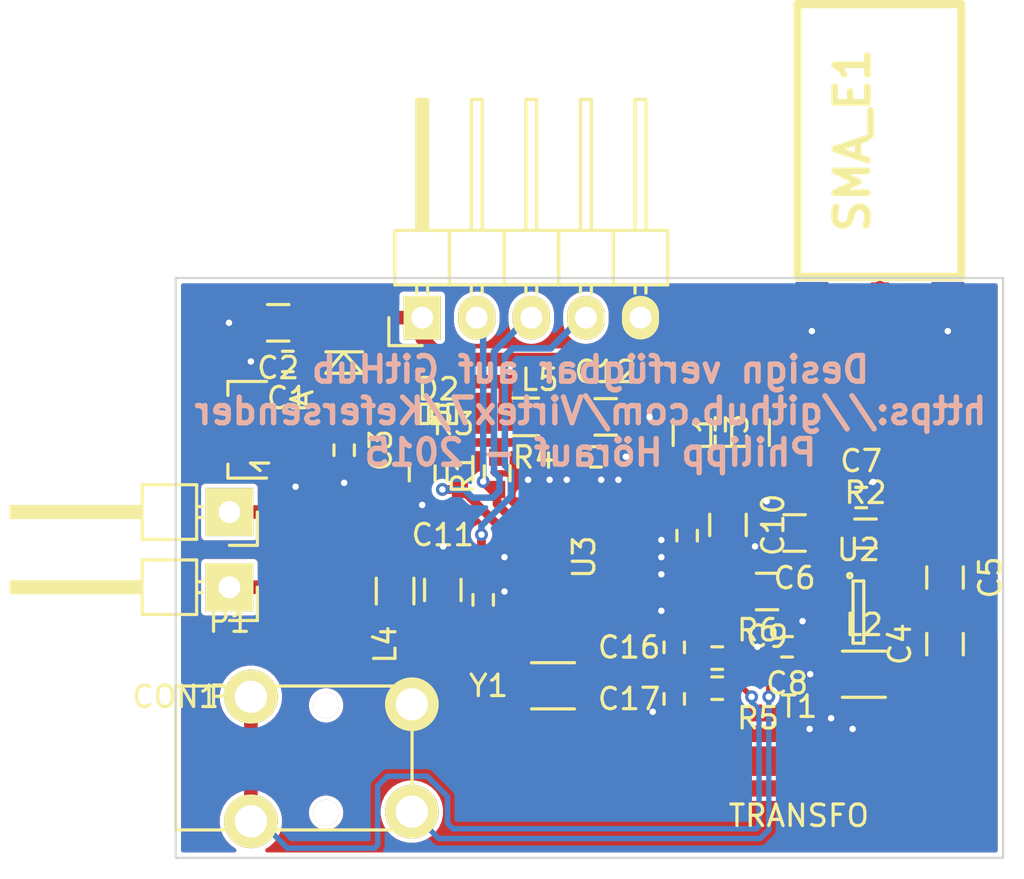
<source format=kicad_pcb>
(kicad_pcb (version 4) (host pcbnew "(2015-06-20 BZR 5796)-product")
  (layers (0 F.Cu signal) (31 B.Cu power) (34 B.Paste user) (35 F.Paste user) (36 B.SilkS user) (37 F.SilkS user) (38 B.Mask user) (39 F.Mask user) (44 Edge.Cuts user))
  (net 0 "")
  (net 1 +5V)
  (net 2 GND)
  (net 3 +3V3)
  (net 4 "Net-(C4-Pad1)")
  (net 5 "Net-(C4-Pad2)")
  (net 6 "Net-(C5-Pad1)")
  (net 7 "Net-(C6-Pad1)")
  (net 8 "Net-(C8-Pad1)")
  (net 9 "Net-(C9-Pad1)")
  (net 10 "Net-(C9-Pad2)")
  (net 11 "Net-(C10-Pad1)")
  (net 12 "Net-(C11-Pad1)")
  (net 13 "Net-(C12-Pad1)")
  (net 14 "Net-(C16-Pad1)")
  (net 15 "Net-(C17-Pad1)")
  (net 16 "Net-(D2-Pad1)")
  (net 17 "Net-(L2-Pad2)")
  (net 18 "Net-(P1-Pad1)")
  (net 19 "Net-(P2-Pad1)")
  (net 20 /SDA)
  (net 21 /SCL)
  (net 22 /RDS)
  (net 23 "Net-(R2-Pad2)")
  (net 24 /Ton_L)
  (net 25 /Ton_R)
  (net 26 "Net-(U3-Pad20)")
  (net 27 "Net-(U3-Pad19)")
  (module Capacitors_SMD:C_0402 (layer F.Cu) (at 132.22 85.39 180)
    (fp_text reference C1 (at 0 -1.7 180) (layer F.SilkS))
    (fp_text value 100n)
    (pad 1 smd rect (at -0.55 0 180) (size 0.6 0.5) (layers F.Cu F.Paste F.Mask) (net 1 +5V))
    (pad 2 smd rect (at 0.55 0 180) (size 0.6 0.5) (layers F.Cu F.Paste F.Mask) (net 2 GND))
  )
  (module Capacitors_SMD:C_0805 (layer F.Cu) (at 131.77 83.59 180)
    (fp_text reference C2 (at 0 -2.1 180) (layer F.SilkS))
    (fp_text value 22µ)
    (pad 1 smd rect (at -1 0 180) (size 1 1.25) (layers F.Cu F.Paste F.Mask) (net 1 +5V))
    (pad 2 smd rect (at 1 0 180) (size 1 1.25) (layers F.Cu F.Paste F.Mask) (net 2 GND))
  )
  (module Capacitors_SMD:C_0402 (layer F.Cu) (at 134.84 89.52 270)
    (fp_text reference C3 (at 0 -1.7 270) (layer F.SilkS))
    (fp_text value 100n)
    (pad 1 smd rect (at -0.55 0 270) (size 0.6 0.5) (layers F.Cu F.Paste F.Mask) (net 3 +3V3))
    (pad 2 smd rect (at 0.55 0 270) (size 0.6 0.5) (layers F.Cu F.Paste F.Mask) (net 2 GND))
  )
  (module Capacitors_SMD:C_0805 (layer F.Cu) (at 155.8 93.375 180)
    (fp_text reference C6 (at 0 -2.1 180) (layer F.SilkS))
    (fp_text value 22µ)
    (pad 1 smd rect (at -1 0 180) (size 1 1.25) (layers F.Cu F.Paste F.Mask) (net 7 "Net-(C6-Pad1)"))
    (pad 2 smd rect (at 1 0 180) (size 1 1.25) (layers F.Cu F.Paste F.Mask) (net 2 GND))
  )
  (module Capacitors_SMD:C_0402 (layer F.Cu) (at 158.9 91.725)
    (fp_text reference C7 (at 0 -1.7) (layer F.SilkS))
    (fp_text value 100n)
    (pad 1 smd rect (at -0.55 0) (size 0.6 0.5) (layers F.Cu F.Paste F.Mask) (net 7 "Net-(C6-Pad1)"))
    (pad 2 smd rect (at 0.55 0) (size 0.6 0.5) (layers F.Cu F.Paste F.Mask) (net 2 GND))
  )
  (module Capacitors_SMD:C_0402 (layer F.Cu) (at 155.45 98.675 180)
    (fp_text reference C8 (at 0 -1.7 180) (layer F.SilkS))
    (fp_text value 100n)
    (pad 1 smd rect (at -0.55 0 180) (size 0.6 0.5) (layers F.Cu F.Paste F.Mask) (net 8 "Net-(C8-Pad1)"))
    (pad 2 smd rect (at 0.55 0 180) (size 0.6 0.5) (layers F.Cu F.Paste F.Mask) (net 2 GND))
  )
  (module Capacitors_SMD:C_0805 (layer F.Cu) (at 152.7 93 270)
    (fp_text reference C10 (at 0 -2.1 270) (layer F.SilkS))
    (fp_text value 22µ)
    (pad 1 smd rect (at -1 0 270) (size 1 1.25) (layers F.Cu F.Paste F.Mask) (net 11 "Net-(C10-Pad1)"))
    (pad 2 smd rect (at 1 0 270) (size 1 1.25) (layers F.Cu F.Paste F.Mask) (net 2 GND))
  )
  (module Capacitors_SMD:C_0805 (layer F.Cu) (at 139.43 96.03 90)
    (fp_text reference C11 (at 2.56 0 180) (layer F.SilkS))
    (fp_text value 22µ)
    (pad 1 smd rect (at -1 0 90) (size 1 1.25) (layers F.Cu F.Paste F.Mask) (net 12 "Net-(C11-Pad1)"))
    (pad 2 smd rect (at 1 0 90) (size 1 1.25) (layers F.Cu F.Paste F.Mask) (net 2 GND))
  )
  (module Capacitors_SMD:C_0805 (layer F.Cu) (at 147.01 87.97)
    (fp_text reference C12 (at 0 -2.1) (layer F.SilkS))
    (fp_text value 22µ)
    (pad 1 smd rect (at -1 0) (size 1 1.25) (layers F.Cu F.Paste F.Mask) (net 13 "Net-(C12-Pad1)"))
    (pad 2 smd rect (at 1 0) (size 1 1.25) (layers F.Cu F.Paste F.Mask) (net 2 GND))
  )
  (module Capacitors_SMD:C_0402 (layer F.Cu) (at 150.8 93.5 270)
    (fp_text reference C13 hide)
    (fp_text value 100n hide)
    (pad 1 smd rect (at -0.55 0 270) (size 0.6 0.5) (layers F.Cu F.Paste F.Mask) (net 11 "Net-(C10-Pad1)"))
    (pad 2 smd rect (at 0.55 0 270) (size 0.6 0.5) (layers F.Cu F.Paste F.Mask) (net 2 GND))
  )
  (module Capacitors_SMD:C_0402 (layer F.Cu) (at 141.31 96.49 90)
    (fp_text reference C14 hide)
    (fp_text value 100n hide)
    (pad 1 smd rect (at -0.55 0 90) (size 0.6 0.5) (layers F.Cu F.Paste F.Mask) (net 12 "Net-(C11-Pad1)"))
    (pad 2 smd rect (at 0.55 0 90) (size 0.6 0.5) (layers F.Cu F.Paste F.Mask) (net 2 GND))
  )
  (module Capacitors_SMD:C_0402 (layer F.Cu) (at 146.56 89.83)
    (fp_text reference C15 hide)
    (fp_text value 100n hide)
    (pad 1 smd rect (at -0.55 0) (size 0.6 0.5) (layers F.Cu F.Paste F.Mask) (net 13 "Net-(C12-Pad1)"))
    (pad 2 smd rect (at 0.55 0) (size 0.6 0.5) (layers F.Cu F.Paste F.Mask) (net 2 GND))
  )
  (module Capacitors_SMD:C_0402 (layer F.Cu) (at 150.2 98.7 90)
    (fp_text reference C16 (at 0 -2.1 180) (layer F.SilkS))
    (fp_text value 100p)
    (pad 1 smd rect (at -0.55 0 90) (size 0.6 0.5) (layers F.Cu F.Paste F.Mask) (net 14 "Net-(C16-Pad1)"))
    (pad 2 smd rect (at 0.55 0 90) (size 0.6 0.5) (layers F.Cu F.Paste F.Mask) (net 2 GND))
  )
  (module Capacitors_SMD:C_0402 (layer F.Cu) (at 150.2 101.1 270)
    (fp_text reference C17 (at 0 2.1 360) (layer F.SilkS))
    (fp_text value 100p hide)
    (pad 1 smd rect (at -0.55 0 270) (size 0.6 0.5) (layers F.Cu F.Paste F.Mask) (net 15 "Net-(C17-Pad1)"))
    (pad 2 smd rect (at 0.55 0 270) (size 0.6 0.5) (layers F.Cu F.Paste F.Mask) (net 2 GND))
  )
  (module Diodes_SMD:Diode-MiniMELF_Standard (layer F.Cu) (at 134.84 85.34 270)
    (fp_text reference D1 hide)
    (fp_text value 1n4148)
    (fp_text user A (at 1.8 1.95 270) (layer F.SilkS))
    (pad 1 smd rect (at -1.75006 0 270) (size 1.30048 1.69926) (layers F.Cu F.Paste F.Mask) (net 1 +5V))
    (pad 2 smd rect (at 1.75006 0 270) (size 1.30048 1.69926) (layers F.Cu F.Paste F.Mask) (net 3 +3V3))
  )
  (module LEDs:LED-0603 (layer F.Cu) (at 139.22 87.83)
    (fp_text reference D2 (at 0 -1.15) (layer F.SilkS))
    (fp_text value grün)
    (pad 2 smd rect (at 0.7493 0 180) (size 0.79756 0.79756) (layers F.Cu F.Paste F.Mask) (net 3 +3V3))
    (pad 1 smd rect (at -0.7493 0 180) (size 0.79756 0.79756) (layers F.Cu F.Paste F.Mask) (net 16 "Net-(D2-Pad1)"))
  )
  (module Resistors_SMD:R_0805 (layer F.Cu) (at 153.75 88.7 90)
    (fp_text reference L1 (at 0 -2.1 90) (layer F.SilkS))
    (fp_text value 10µH)
    (pad 1 smd rect (at -0.95 0 90) (size 0.7 1.3) (layers F.Cu F.Paste F.Mask) (net 7 "Net-(C6-Pad1)"))
    (pad 2 smd rect (at 0.95 0 90) (size 0.7 1.3) (layers F.Cu F.Paste F.Mask) (net 1 +5V))
  )
  (module Resistors_SMD:R_1206 (layer F.Cu) (at 159.025 99.95)
    (fp_text reference L2 (at 0 -2.3) (layer F.SilkS))
    (fp_text value 470nH)
    (pad 1 smd rect (at -1.45 0) (size 0.9 1.7) (layers F.Cu F.Paste F.Mask) (net 2 GND))
    (pad 2 smd rect (at 1.45 0) (size 0.9 1.7) (layers F.Cu F.Paste F.Mask) (net 17 "Net-(L2-Pad2)"))
  )
  (module Resistors_SMD:R_0805 (layer F.Cu) (at 151.025 88.7 270)
    (fp_text reference L3 (at 0 -2.1 270) (layer F.SilkS))
    (fp_text value 10µH)
    (pad 1 smd rect (at -0.95 0 270) (size 0.7 1.3) (layers F.Cu F.Paste F.Mask) (net 3 +3V3))
    (pad 2 smd rect (at 0.95 0 270) (size 0.7 1.3) (layers F.Cu F.Paste F.Mask) (net 11 "Net-(C10-Pad1)"))
  )
  (module Resistors_SMD:R_0805 (layer F.Cu) (at 137.21 96.08 270)
    (fp_text reference L4 (at 2.49 0.46 270) (layer F.SilkS))
    (fp_text value 10µH)
    (pad 1 smd rect (at -0.95 0 270) (size 0.7 1.3) (layers F.Cu F.Paste F.Mask) (net 3 +3V3))
    (pad 2 smd rect (at 0.95 0 270) (size 0.7 1.3) (layers F.Cu F.Paste F.Mask) (net 12 "Net-(C11-Pad1)"))
  )
  (module Resistors_SMD:R_0805 (layer F.Cu) (at 143.29 87.97)
    (fp_text reference L5 (at 0.65 -1.73) (layer F.SilkS))
    (fp_text value 10µH)
    (pad 1 smd rect (at -0.95 0) (size 0.7 1.3) (layers F.Cu F.Paste F.Mask) (net 3 +3V3))
    (pad 2 smd rect (at 0.95 0) (size 0.7 1.3) (layers F.Cu F.Paste F.Mask) (net 13 "Net-(C12-Pad1)"))
  )
  (module Pin_Headers:Pin_Header_Angled_1x01 (layer F.Cu) (at 129.5 92.4 180)
    (fp_text reference P1 (at 0 -5.1 180) (layer F.SilkS))
    (fp_text value CONN_01X01)
    (pad 1 thru_hole rect (at 0 0 180) (size 2.2352 2.2352) (drill 1.016) (layers *.Cu *.Mask F.SilkS) (net 18 "Net-(P1-Pad1)"))
  )
  (module Pin_Headers:Pin_Header_Angled_1x01 (layer F.Cu) (at 129.5 95.9 180)
    (fp_text reference P2 (at 0 -5.1 180) (layer F.SilkS))
    (fp_text value CONN_01X01)
    (pad 1 thru_hole rect (at 0 0 180) (size 2.2352 2.2352) (drill 1.016) (layers *.Cu *.Mask F.SilkS) (net 19 "Net-(P2-Pad1)"))
  )
  (module Pin_Headers:Pin_Header_Angled_1x05 (layer F.Cu) (at 138.47 83.35 90)
    (fp_text reference P3 hide)
    (fp_text value CONN_01X05 hide)
    (pad 1 thru_hole rect (at 0 0 90) (size 2.032 1.7272) (drill 1.016) (layers *.Cu *.Mask F.SilkS) (net 1 +5V))
    (pad 2 thru_hole oval (at 0 2.54 90) (size 2.032 1.7272) (drill 1.016) (layers *.Cu *.Mask F.SilkS) (net 20 /SDA))
    (pad 3 thru_hole oval (at 0 5.08 90) (size 2.032 1.7272) (drill 1.016) (layers *.Cu *.Mask F.SilkS) (net 21 /SCL))
    (pad 4 thru_hole oval (at 0 7.62 90) (size 2.032 1.7272) (drill 1.016) (layers *.Cu *.Mask F.SilkS) (net 22 /RDS))
    (pad 5 thru_hole oval (at 0 10.16 90) (size 2.032 1.7272) (drill 1.016) (layers *.Cu *.Mask F.SilkS) (net 2 GND))
  )
  (module Capacitors_SMD:C_0603 (layer F.Cu) (at 138.47 90.6 270)
    (fp_text reference R1 (at 0 -1.9 270) (layer F.SilkS))
    (fp_text value 100)
    (pad 1 smd rect (at -0.75 0 270) (size 0.8 0.75) (layers F.Cu F.Paste F.Mask) (net 16 "Net-(D2-Pad1)"))
    (pad 2 smd rect (at 0.75 0 270) (size 0.8 0.75) (layers F.Cu F.Paste F.Mask) (net 2 GND))
  )
  (module Resistors_SMD:R_0603 (layer F.Cu) (at 159.1 93.4)
    (fp_text reference R2 (at 0 -1.9) (layer F.SilkS))
    (fp_text value 220)
    (pad 1 smd rect (at -0.75 0) (size 0.5 0.9) (layers F.Cu F.Paste F.Mask) (net 7 "Net-(C6-Pad1)"))
    (pad 2 smd rect (at 0.75 0) (size 0.5 0.9) (layers F.Cu F.Paste F.Mask) (net 23 "Net-(R2-Pad2)"))
  )
  (module Capacitors_SMD:C_0603 (layer F.Cu) (at 140.23 90.6 270)
    (fp_text reference R3 (at -2.3 0.31 360) (layer F.SilkS))
    (fp_text value 4,7k)
    (pad 1 smd rect (at -0.75 0 270) (size 0.8 0.75) (layers F.Cu F.Paste F.Mask) (net 13 "Net-(C12-Pad1)"))
    (pad 2 smd rect (at 0.75 0 270) (size 0.8 0.75) (layers F.Cu F.Paste F.Mask) (net 21 /SCL))
  )
  (module Capacitors_SMD:C_0603 (layer F.Cu) (at 141.96 90.6 270)
    (fp_text reference R4 (at -0.74 -1.7 360) (layer F.SilkS))
    (fp_text value 4,7k hide)
    (pad 1 smd rect (at -0.75 0 270) (size 0.8 0.75) (layers F.Cu F.Paste F.Mask) (net 13 "Net-(C12-Pad1)"))
    (pad 2 smd rect (at 0.75 0 270) (size 0.8 0.75) (layers F.Cu F.Paste F.Mask) (net 20 /SDA))
  )
  (module Resistors_SMD:R_0402 (layer F.Cu) (at 152.2 100.6)
    (fp_text reference R5 (at 1.9 1.4) (layer F.SilkS))
    (fp_text value 1k)
    (pad 1 smd rect (at -0.45 0) (size 0.4 0.6) (layers F.Cu F.Paste F.Mask) (net 15 "Net-(C17-Pad1)"))
    (pad 2 smd rect (at 0.45 0) (size 0.4 0.6) (layers F.Cu F.Paste F.Mask) (net 24 /Ton_L))
  )
  (module Resistors_SMD:R_0402 (layer F.Cu) (at 152.2 99.2 180)
    (fp_text reference R6 (at -1.9 1.3 180) (layer F.SilkS))
    (fp_text value 1k)
    (pad 1 smd rect (at -0.45 0 180) (size 0.4 0.6) (layers F.Cu F.Paste F.Mask) (net 25 /Ton_R))
    (pad 2 smd rect (at 0.45 0 180) (size 0.4 0.6) (layers F.Cu F.Paste F.Mask) (net 14 "Net-(C16-Pad1)"))
  )
  (module SMA_EDGE:SMA_EDGE (layer F.Cu) (at 158.5 75.1 90)
    (fp_text reference SMA_E1 (at 0 0 90) (layer F.SilkS) (effects (font (thickness 0.3048))))
    (fp_text value Platinenkantenbuchse hide)
    (pad 0 smd rect (at -8.8773 -1.89484 90) (size 4.572 1.524) (layers *.Cu *.Paste *.Mask) (net 2 GND))
    (pad 1 smd trapezoid (at -6.858 1.27 90) (size 0.50038 1.39954) (rect_delta 0.59944 0) (layers F.Cu F.Paste F.Mask) (net 6 "Net-(C5-Pad1)"))
    (pad 2 smd rect (at -8.8773 4.42976 90) (size 4.572 1.524) (layers *.Cu *.Paste *.Mask) (net 2 GND))
    (pad 1 smd rect (at -9.144 1.27 90) (size 4.07162 1.99898) (layers F.Cu F.Paste F.Mask) (net 6 "Net-(C5-Pad1)"))
  )
  (module BA_Bauteile:AT224-1A (layer F.Cu) (at 156 104 270)
    (fp_text reference T1 (at -2.54 0 360) (layer F.SilkS))
    (fp_text value TRANSFO (at 2.54 0 360) (layer F.SilkS))
    (pad 4 smd rect (at 1.27 -1.59 270) (size 0.76 1.65) (layers F.Cu F.Paste F.Mask) (net 4 "Net-(C4-Pad1)"))
    (pad NC smd rect (at 0 -1.59 270) (size 0.76 1.65) (layers F.Cu F.Paste F.Mask))
    (pad 1 smd rect (at -1.27 -1.59 270) (size 0.76 1.65) (layers F.Cu F.Paste F.Mask) (net 2 GND))
    (pad 2 smd rect (at -1.27 1.59 270) (size 0.76 1.65) (layers F.Cu F.Paste F.Mask) (net 18 "Net-(P1-Pad1)"))
    (pad 3 smd rect (at 1.27 1.59 270) (size 0.76 1.65) (layers F.Cu F.Paste F.Mask) (net 19 "Net-(P2-Pad1)"))
  )
  (module Housings_SOT-89:SOT89-3_Housing (layer F.Cu) (at 130.73 88.57 90)
    (fp_text reference U1 hide)
    (fp_text value AP1117D33)
    (pad 1 smd rect (at -1.50114 1.85166 90) (size 1.00076 1.50114) (layers F.Cu F.Paste F.Mask) (net 2 GND))
    (pad 2 smd rect (at 0 1.85166 90) (size 1.00076 1.50114) (layers F.Cu F.Paste F.Mask) (net 3 +3V3))
    (pad 3 smd rect (at 1.50114 1.85166 90) (size 1.00076 1.50114) (layers F.Cu F.Paste F.Mask) (net 1 +5V))
    (pad 2 smd rect (at 0 -1.09982 90) (size 1.99898 2.99974) (layers F.Cu F.Paste F.Mask) (net 3 +3V3))
    (pad 2 smd trapezoid (at 0 0.7493 270) (size 1.50114 0.7493) (rect_delta 0 0.50038) (layers F.Cu F.Paste F.Mask) (net 3 +3V3))
  )
  (module Housings_SOT-23_SOT-143_TSOT-6:SOT-23-6 (layer F.Cu) (at 158.77 97.06)
    (fp_text reference U2 (at 0 -2.9) (layer F.SilkS))
    (fp_text value THS9001)
    (pad 1 smd rect (at -1.1 -0.95) (size 1.06 0.65) (layers F.Cu F.Paste F.Mask) (net 9 "Net-(C9-Pad1)"))
    (pad 2 smd rect (at -1.1 0) (size 1.06 0.65) (layers F.Cu F.Paste F.Mask) (net 2 GND))
    (pad 3 smd rect (at -1.1 0.95) (size 1.06 0.65) (layers F.Cu F.Paste F.Mask) (net 8 "Net-(C8-Pad1)"))
    (pad 4 smd rect (at 1.1 0.95) (size 1.06 0.65) (layers F.Cu F.Paste F.Mask) (net 17 "Net-(L2-Pad2)"))
    (pad 6 smd rect (at 1.1 -0.95) (size 1.06 0.65) (layers F.Cu F.Paste F.Mask) (net 23 "Net-(R2-Pad2)"))
    (pad 5 smd rect (at 1.1 0) (size 1.06 0.65) (layers F.Cu F.Paste F.Mask) (net 5 "Net-(C4-Pad2)"))
  )
  (module Alps603A:Alps_603A (layer F.Cu) (at 146 94.5 90)
    (fp_text reference U3 (at 0 0 90) (layer F.SilkS))
    (fp_text value Alps_603A hide)
    (pad 1 smd rect (at -2.54 2.54 90) (size 0.725 0.725) (layers F.Cu F.Paste F.Mask) (net 2 GND))
    (pad 2 smd rect (at -1.6 2.54 90) (size 0.45 0.8) (layers F.Cu F.Paste F.Mask) (net 10 "Net-(C9-Pad2)"))
    (pad 4 smd rect (at 0 2.54 90) (size 0.45 0.8) (layers F.Cu F.Paste F.Mask) (net 2 GND))
    (pad 6 smd rect (at 1.6 2.54 90) (size 0.45 0.8) (layers F.Cu F.Paste F.Mask) (net 11 "Net-(C10-Pad1)"))
    (pad 5 smd rect (at 0.8 2.54 90) (size 0.45 0.8) (layers F.Cu F.Paste F.Mask) (net 2 GND))
    (pad 3 smd rect (at -0.8 2.54 90) (size 0.45 0.8) (layers F.Cu F.Paste F.Mask) (net 2 GND))
    (pad 12 smd rect (at 2.53 -2.53 90) (size 0.8 0.8) (layers F.Cu F.Paste F.Mask) (net 2 GND))
    (pad 11 smd rect (at 2.53 -1.59 180) (size 0.45 0.8) (layers F.Cu F.Paste F.Mask) (net 2 GND))
    (pad 7 smd rect (at 2.53 1.61 180) (size 0.45 0.8) (layers F.Cu F.Paste F.Mask) (net 2 GND))
    (pad 10 smd rect (at 2.53 -0.79 180) (size 0.45 0.8) (layers F.Cu F.Paste F.Mask) (net 2 GND))
    (pad 9 smd rect (at 2.53 0.01 180) (size 0.45 0.8) (layers F.Cu F.Paste F.Mask) (net 13 "Net-(C12-Pad1)"))
    (pad 8 smd rect (at 2.53 0.81 180) (size 0.45 0.8) (layers F.Cu F.Paste F.Mask) (net 2 GND))
    (pad 22 smd rect (at -2.54 1.6 180) (size 0.45 0.8) (layers F.Cu F.Paste F.Mask) (net 14 "Net-(C16-Pad1)"))
    (pad 21 smd rect (at -2.54 0.8 180) (size 0.45 0.8) (layers F.Cu F.Paste F.Mask) (net 15 "Net-(C17-Pad1)"))
    (pad 20 smd rect (at -2.54 0 180) (size 0.45 0.8) (layers F.Cu F.Paste F.Mask) (net 26 "Net-(U3-Pad20)"))
    (pad 19 smd rect (at -2.54 -0.8 180) (size 0.45 0.8) (layers F.Cu F.Paste F.Mask) (net 27 "Net-(U3-Pad19)"))
    (pad 18 smd rect (at -2.54 -1.6 180) (size 0.45 0.8) (layers F.Cu F.Paste F.Mask) (net 12 "Net-(C11-Pad1)"))
    (pad 13 smd rect (at 1.59 -2.53 90) (size 0.45 0.8) (layers F.Cu F.Paste F.Mask) (net 20 /SDA))
    (pad 14 smd rect (at 0.79 -2.53 90) (size 0.45 0.8) (layers F.Cu F.Paste F.Mask) (net 21 /SCL))
    (pad 15 smd rect (at -0.01 -2.53 90) (size 0.45 0.8) (layers F.Cu F.Paste F.Mask) (net 2 GND))
    (pad 16 smd rect (at -0.81 -2.53 90) (size 0.45 0.8) (layers F.Cu F.Paste F.Mask) (net 22 /RDS))
    (pad 17 smd rect (at -1.61 -2.53 90) (size 0.45 0.8) (layers F.Cu F.Paste F.Mask) (net 2 GND))
  )
  (module Resistors_SMD:R_1206 (layer F.Cu) (at 144.56 100.49)
    (fp_text reference Y1 (at -3 0) (layer F.SilkS))
    (fp_text value 32,768kHz)
    (pad 1 smd rect (at -1.45 0) (size 0.9 1.7) (layers F.Cu F.Paste F.Mask) (net 27 "Net-(U3-Pad19)"))
    (pad 2 smd rect (at 1.45 0) (size 0.9 1.7) (layers F.Cu F.Paste F.Mask) (net 26 "Net-(U3-Pad20)"))
  )
  (module Capacitors_SMD:C_0805 (layer F.Cu) (at 162.8 98.55 90)
    (fp_text reference C4 (at 0 -2.1 90) (layer F.SilkS))
    (fp_text value 1nF)
    (pad 1 smd rect (at -1 0 90) (size 1 1.25) (layers F.Cu F.Paste F.Mask) (net 4 "Net-(C4-Pad1)"))
    (pad 2 smd rect (at 1 0 90) (size 1 1.25) (layers F.Cu F.Paste F.Mask) (net 5 "Net-(C4-Pad2)"))
  )
  (module Capacitors_SMD:C_0805 (layer F.Cu) (at 162.8 95.45 270)
    (fp_text reference C5 (at 0 -2.1 270) (layer F.SilkS))
    (fp_text value 1nF)
    (pad 1 smd rect (at -1 0 270) (size 1 1.25) (layers F.Cu F.Paste F.Mask) (net 6 "Net-(C5-Pad1)"))
    (pad 2 smd rect (at 1 0 270) (size 1 1.25) (layers F.Cu F.Paste F.Mask) (net 5 "Net-(C4-Pad2)"))
  )
  (module Capacitors_SMD:C_0805 (layer F.Cu) (at 154.52 96.1 180)
    (fp_text reference C9 (at 0 -2.1 180) (layer F.SilkS))
    (fp_text value 1nF)
    (pad 1 smd rect (at -1 0 180) (size 1 1.25) (layers F.Cu F.Paste F.Mask) (net 9 "Net-(C9-Pad1)"))
    (pad 2 smd rect (at 1 0 180) (size 1 1.25) (layers F.Cu F.Paste F.Mask) (net 10 "Net-(C9-Pad2)"))
  )
  (module lpis2812:LUM1503 (layer F.Cu) (at 127 100.5)
    (fp_text reference CON1 (at 0 0.5) (layer F.SilkS))
    (fp_text value BARREL_JACK)
    (pad 3 thru_hole circle (at 10.99 5.85) (size 2.5 2.5) (drill 1.5) (layers *.Cu *.Mask F.SilkS) (net 25 /Ton_R))
    (pad 1 thru_hole circle (at 10.99 0.85) (size 2.5 2.5) (drill 1.5) (layers *.Cu *.Mask F.SilkS) (net 2 GND))
    (pad 2 thru_hole circle (at 3.5 6.3) (size 2.5 2.5) (drill 1.5) (layers *.Cu *.Mask F.SilkS) (net 24 /Ton_L))
    (pad 2 thru_hole circle (at 3.5 0.5) (size 2.5 2.5) (drill 1.5) (layers *.Cu *.Mask F.SilkS) (net 24 /Ton_L))
    (pad "" thru_hole circle (at 7 0.9) (size 1.2 1.2) (drill 1.2) (layers *.Cu *.Mask F.SilkS))
    (pad "" thru_hole circle (at 7 5.9) (size 1.2 1.2) (drill 1.2) (layers *.Cu *.Mask F.SilkS))
  )
  (gr_line (start 165.5 108.5) (end 165.5 81.5) (angle 90) (layer Edge.Cuts) (width 0.1))
  (gr_line (start 127 108.5) (end 165.5 108.5) (angle 90) (layer Edge.Cuts) (width 0.1))
  (gr_line (start 127 81.5) (end 127 108.5) (angle 90) (layer Edge.Cuts) (width 0.1))
  (gr_line (start 165.5 81.5) (end 127 81.5) (angle 90) (layer Edge.Cuts) (width 0.1))
  (gr_text "Design verfügbar auf GitHub\nhttps://github.com/Virtex7/Kefersender\nPhilipp Hörauf - 2015" (at 146.3 87.7) (layer B.SilkS) (effects (font (size 1.2 1.2) (thickness 0.25)) (justify mirror)))
  (segment (start 153.75 87.75) (end 153.75 85.9) (width 0.635) (layer F.Cu) (net 1))
  (segment (start 153.75 85.9) (end 153.15 85.3) (width 0.635) (layer F.Cu) (net 1))
  (segment (start 132.77 85.39) (end 132.77 83.59) (width 0.635) (layer F.Cu) (net 1))
  (segment (start 132.58166 87.06886) (end 132.58166 86.70834) (width 0.635) (layer F.Cu) (net 1))
  (segment (start 132.58166 86.70834) (end 132.77 86.52) (width 0.635) (layer F.Cu) (net 1))
  (segment (start 132.77 86.52) (end 132.77 85.39) (width 0.635) (layer F.Cu) (net 1))
  (segment (start 134.84 83.58994) (end 132.77006 83.58994) (width 0.635) (layer F.Cu) (net 1))
  (segment (start 132.77006 83.58994) (end 132.77 83.59) (width 0.635) (layer F.Cu) (net 1))
  (segment (start 134.84 83.58994) (end 136.37006 83.58994) (width 0.635) (layer F.Cu) (net 1))
  (segment (start 136.61 83.35) (end 138.47 83.35) (width 0.635) (layer F.Cu) (net 1))
  (segment (start 136.37006 83.58994) (end 136.61 83.35) (width 0.635) (layer F.Cu) (net 1))
  (segment (start 138.47 83.35) (end 138.47 84.32) (width 0.635) (layer F.Cu) (net 1))
  (segment (start 138.47 84.32) (end 139.45 85.3) (width 0.635) (layer F.Cu) (net 1))
  (segment (start 139.45 85.3) (end 153.15 85.3) (width 0.635) (layer F.Cu) (net 1))
  (segment (start 157.59 102.73) (end 157.59 102.09) (width 0.4064) (layer F.Cu) (net 2))
  (via (at 157.5 102) (size 0.6) (drill 0.3) (layers F.Cu B.Cu) (net 2))
  (segment (start 157.59 102.09) (end 157.5 102) (width 0.4064) (layer F.Cu) (net 2))
  (segment (start 157.59 102.73) (end 158.27 102.73) (width 0.4064) (layer F.Cu) (net 2))
  (segment (start 158.27 102.73) (end 158.5 102.5) (width 0.4064) (layer F.Cu) (net 2))
  (via (at 158.5 102.5) (size 0.6) (drill 0.3) (layers F.Cu B.Cu) (net 2))
  (segment (start 157.59 102.73) (end 156.73 102.73) (width 0.4064) (layer F.Cu) (net 2))
  (via (at 156.5 102.5) (size 0.6) (drill 0.3) (layers F.Cu B.Cu) (net 2))
  (segment (start 156.73 102.73) (end 156.5 102.5) (width 0.4064) (layer F.Cu) (net 2))
  (segment (start 138.47 91.35) (end 138.47 92.07) (width 0.4064) (layer F.Cu) (net 2))
  (via (at 138.47 92.07) (size 0.6) (drill 0.3) (layers F.Cu B.Cu) (net 2))
  (segment (start 138.47 92.07) (end 138.45 92.05) (width 0.4064) (layer B.Cu) (net 2))
  (segment (start 139.43 95.03) (end 139.43 94.02) (width 0.4064) (layer F.Cu) (net 2))
  (via (at 139.45 94) (size 0.6) (drill 0.3) (layers F.Cu B.Cu) (net 2))
  (segment (start 139.43 94.02) (end 139.45 94) (width 0.4064) (layer F.Cu) (net 2))
  (via (at 162.92976 83.9773) (size 0.6) (drill 0.3) (layers F.Cu B.Cu) (net 2))
  (segment (start 162.92976 83.9773) (end 162.95 83.99754) (width 0.635) (layer F.Cu) (net 2))
  (segment (start 162.95 83.99754) (end 162.95 84) (width 0.635) (layer F.Cu) (net 2))
  (segment (start 162.95 84) (end 162.92976 83.9773) (width 0.635) (layer F.Cu) (net 2))
  (segment (start 162.92976 83.9773) (end 162.9773 83.9773) (width 0.635) (layer F.Cu) (net 2))
  (segment (start 162.9773 83.9773) (end 163 84) (width 0.635) (layer F.Cu) (net 2))
  (segment (start 163 84) (end 162.92976 83.9773) (width 0.635) (layer F.Cu) (net 2))
  (via (at 156.60516 83.9773) (size 0.6) (drill 0.3) (layers F.Cu B.Cu) (net 2))
  (segment (start 156.60516 83.9773) (end 156.6 83.97214) (width 0.635) (layer B.Cu) (net 2))
  (segment (start 156.6 83.97214) (end 156.6 83.95) (width 0.635) (layer B.Cu) (net 2))
  (segment (start 156.6 83.95) (end 156.60516 83.9773) (width 0.635) (layer B.Cu) (net 2))
  (segment (start 157.575 99.95) (end 156.525 99.95) (width 0.3048) (layer F.Cu) (net 2))
  (via (at 156.525 99.95) (size 0.6) (drill 0.3) (layers F.Cu B.Cu) (net 2))
  (segment (start 154.9 98.675) (end 154.075 98.675) (width 0.3048) (layer F.Cu) (net 2))
  (via (at 154.075 98.675) (size 0.6) (drill 0.3) (layers F.Cu B.Cu) (net 2))
  (segment (start 159.45 91.725) (end 159.45 91) (width 0.3048) (layer F.Cu) (net 2))
  (via (at 159.45 91) (size 0.6) (drill 0.3) (layers F.Cu B.Cu) (net 2))
  (segment (start 147.11 89.83) (end 147.945 89.83) (width 0.3048) (layer F.Cu) (net 2))
  (via (at 147.95 89.825) (size 0.6) (drill 0.3) (layers F.Cu B.Cu) (net 2))
  (segment (start 147.945 89.83) (end 147.95 89.825) (width 0.3048) (layer F.Cu) (net 2))
  (segment (start 148.01 87.97) (end 149.045 87.97) (width 0.3048) (layer F.Cu) (net 2))
  (via (at 149.05 87.975) (size 0.6) (drill 0.3) (layers F.Cu B.Cu) (net 2))
  (segment (start 149.045 87.97) (end 149.05 87.975) (width 0.3048) (layer F.Cu) (net 2))
  (segment (start 154.8 93.375) (end 154.8 92.2) (width 0.4064) (layer F.Cu) (net 2))
  (via (at 154.5 91.9) (size 0.6) (drill 0.3) (layers F.Cu B.Cu) (net 2))
  (segment (start 154.8 92.2) (end 154.5 91.9) (width 0.4064) (layer F.Cu) (net 2))
  (segment (start 154.8 93.375) (end 154.585 93.375) (width 0.4064) (layer F.Cu) (net 2))
  (segment (start 154.585 93.375) (end 153.96 94) (width 0.4064) (layer F.Cu) (net 2))
  (segment (start 157.67 97.06) (end 156.59 97.06) (width 0.4064) (layer F.Cu) (net 2))
  (segment (start 156.59 97.06) (end 156.17 97.48) (width 0.4064) (layer F.Cu) (net 2))
  (via (at 156.17 97.48) (size 0.6) (drill 0.3) (layers F.Cu B.Cu) (net 2))
  (segment (start 156.59 97.06) (end 156.17 97.48) (width 0.3048) (layer F.Cu) (net 2))
  (segment (start 139.43 93.03) (end 139.43 95.03) (width 0.4064) (layer F.Cu) (net 2))
  (segment (start 138.47 92.07) (end 139.43 93.03) (width 0.4064) (layer F.Cu) (net 2))
  (segment (start 134.84 90.07) (end 134.84 91.04) (width 0.3048) (layer F.Cu) (net 2))
  (via (at 134.84 91.04) (size 0.6) (drill 0.3) (layers F.Cu B.Cu) (net 2))
  (segment (start 132.58166 90.07114) (end 132.58166 91.21834) (width 0.635) (layer F.Cu) (net 2))
  (via (at 132.58 91.22) (size 0.6) (drill 0.3) (layers F.Cu B.Cu) (net 2))
  (segment (start 132.58166 91.21834) (end 132.58 91.22) (width 0.635) (layer F.Cu) (net 2))
  (segment (start 132.5828 90.07) (end 132.58166 90.07114) (width 0.635) (layer F.Cu) (net 2))
  (segment (start 130.77 83.59) (end 129.48 83.59) (width 0.3048) (layer F.Cu) (net 2))
  (via (at 129.48 83.59) (size 0.6) (drill 0.3) (layers F.Cu B.Cu) (net 2))
  (segment (start 131.67 85.39) (end 130.5 85.39) (width 0.3048) (layer F.Cu) (net 2))
  (via (at 130.5 85.39) (size 0.6) (drill 0.3) (layers F.Cu B.Cu) (net 2))
  (segment (start 141.31 95.94) (end 140.89 95.94) (width 0.4064) (layer F.Cu) (net 2))
  (segment (start 140.89 95.94) (end 139.98 95.03) (width 0.4064) (layer F.Cu) (net 2))
  (segment (start 139.98 95.03) (end 139.43 95.03) (width 0.4064) (layer F.Cu) (net 2))
  (segment (start 152.7 94) (end 153.96 94) (width 0.4064) (layer F.Cu) (net 2))
  (via (at 153.96 94) (size 0.6) (drill 0.3) (layers F.Cu B.Cu) (net 2))
  (segment (start 150.8 94.05) (end 152.65 94.05) (width 0.4064) (layer F.Cu) (net 2))
  (segment (start 152.65 94.05) (end 152.7 94) (width 0.4064) (layer F.Cu) (net 2))
  (segment (start 150.2 101.65) (end 149.25 101.65) (width 0.4064) (layer F.Cu) (net 2))
  (via (at 149.2 101.7) (size 0.6) (drill 0.3) (layers F.Cu B.Cu) (net 2))
  (segment (start 149.25 101.65) (end 149.2 101.7) (width 0.4064) (layer F.Cu) (net 2))
  (segment (start 150.2 98.15) (end 150.2 97.6) (width 0.4064) (layer F.Cu) (net 2))
  (segment (start 149.56 97.04) (end 149.6 97) (width 0.25) (layer F.Cu) (net 2))
  (via (at 149.6 97) (size 0.6) (drill 0.3) (layers F.Cu B.Cu) (net 2))
  (segment (start 149.56 97.04) (end 148.54 97.04) (width 0.25) (layer F.Cu) (net 2))
  (segment (start 150.2 97.6) (end 149.6 97) (width 0.4064) (layer F.Cu) (net 2))
  (segment (start 143.47 96.11) (end 142.31 96.11) (width 0.25) (layer F.Cu) (net 2))
  (via (at 142.3 96.1) (size 0.6) (drill 0.3) (layers F.Cu B.Cu) (net 2))
  (segment (start 142.31 96.11) (end 142.3 96.1) (width 0.25) (layer F.Cu) (net 2))
  (segment (start 143.47 94.51) (end 142.31 94.51) (width 0.25) (layer F.Cu) (net 2))
  (via (at 142.3 94.5) (size 0.6) (drill 0.3) (layers F.Cu B.Cu) (net 2))
  (segment (start 142.31 94.51) (end 142.3 94.5) (width 0.25) (layer F.Cu) (net 2))
  (segment (start 143.47 91.97) (end 143.47 90.97) (width 0.25) (layer F.Cu) (net 2))
  (via (at 143.4 90.9) (size 0.6) (drill 0.3) (layers F.Cu B.Cu) (net 2))
  (segment (start 143.47 90.97) (end 143.4 90.9) (width 0.25) (layer F.Cu) (net 2))
  (segment (start 144.41 91.97) (end 144.41 90.91) (width 0.25) (layer F.Cu) (net 2))
  (via (at 144.4 90.9) (size 0.6) (drill 0.3) (layers F.Cu B.Cu) (net 2))
  (segment (start 144.41 90.91) (end 144.4 90.9) (width 0.25) (layer F.Cu) (net 2))
  (segment (start 145.21 91.97) (end 145.21 90.91) (width 0.25) (layer F.Cu) (net 2))
  (via (at 145.2 90.9) (size 0.6) (drill 0.3) (layers F.Cu B.Cu) (net 2))
  (segment (start 145.21 90.91) (end 145.2 90.9) (width 0.25) (layer F.Cu) (net 2))
  (segment (start 146.81 91.97) (end 146.81 90.91) (width 0.25) (layer F.Cu) (net 2))
  (via (at 146.8 90.9) (size 0.6) (drill 0.3) (layers F.Cu B.Cu) (net 2))
  (segment (start 146.81 90.91) (end 146.8 90.9) (width 0.25) (layer F.Cu) (net 2))
  (segment (start 147.61 91.97) (end 147.61 90.91) (width 0.25) (layer F.Cu) (net 2))
  (via (at 147.6 90.9) (size 0.6) (drill 0.3) (layers F.Cu B.Cu) (net 2))
  (segment (start 147.61 90.91) (end 147.6 90.9) (width 0.25) (layer F.Cu) (net 2))
  (segment (start 148.54 95.3) (end 149.6 95.3) (width 0.25) (layer F.Cu) (net 2))
  (via (at 149.6 95.3) (size 0.6) (drill 0.3) (layers F.Cu B.Cu) (net 2))
  (segment (start 148.54 94.5) (end 149.6 94.5) (width 0.25) (layer F.Cu) (net 2))
  (via (at 149.6 94.5) (size 0.6) (drill 0.3) (layers F.Cu B.Cu) (net 2))
  (segment (start 148.54 93.7) (end 149.6 93.7) (width 0.25) (layer F.Cu) (net 2))
  (via (at 149.6 93.7) (size 0.6) (drill 0.3) (layers F.Cu B.Cu) (net 2))
  (segment (start 129.63018 88.57) (end 131.4793 88.57) (width 0.635) (layer F.Cu) (net 3))
  (segment (start 132.58166 88.57) (end 129.63018 88.57) (width 0.635) (layer F.Cu) (net 3))
  (segment (start 150.56 86.33) (end 150.655 86.33) (width 0.635) (layer F.Cu) (net 3))
  (segment (start 142.66 86.33) (end 150.56 86.33) (width 0.635) (layer F.Cu) (net 3))
  (segment (start 151.025 86.7) (end 151.025 87.75) (width 0.635) (layer F.Cu) (net 3))
  (segment (start 150.655 86.33) (end 151.025 86.7) (width 0.635) (layer F.Cu) (net 3))
  (segment (start 139.9693 87.83) (end 139.9693 86.33) (width 0.254) (layer F.Cu) (net 3))
  (segment (start 139.98 86.46) (end 139.98 86.33) (width 0.254) (layer F.Cu) (net 3))
  (segment (start 139.98 86.3407) (end 139.98 86.46) (width 0.254) (layer F.Cu) (net 3))
  (segment (start 139.9693 86.33) (end 139.98 86.3407) (width 0.254) (layer F.Cu) (net 3))
  (segment (start 134.84 87.09006) (end 137.05994 87.09006) (width 0.635) (layer F.Cu) (net 3))
  (segment (start 137.05994 87.09006) (end 137.21 86.94) (width 0.635) (layer F.Cu) (net 3))
  (segment (start 134.84 88.97) (end 134.84 87.97) (width 0.635) (layer F.Cu) (net 3))
  (segment (start 134.86 87.95) (end 134.84 87.95) (width 0.635) (layer F.Cu) (net 3))
  (segment (start 134.84 87.97) (end 134.86 87.95) (width 0.635) (layer F.Cu) (net 3))
  (segment (start 134.84 87.09006) (end 134.84 87.95) (width 0.635) (layer F.Cu) (net 3))
  (segment (start 134.84 87.95) (end 134.84 88.31) (width 0.635) (layer F.Cu) (net 3))
  (segment (start 134.58 88.57) (end 132.58166 88.57) (width 0.635) (layer F.Cu) (net 3))
  (segment (start 134.84 88.31) (end 134.58 88.57) (width 0.635) (layer F.Cu) (net 3))
  (segment (start 142.66 86.33) (end 139.98 86.33) (width 0.635) (layer F.Cu) (net 3))
  (segment (start 139.98 86.33) (end 137.82 86.33) (width 0.635) (layer F.Cu) (net 3))
  (segment (start 137.82 86.33) (end 137.21 86.94) (width 0.635) (layer F.Cu) (net 3))
  (segment (start 137.21 86.94) (end 137.21 95.13) (width 0.635) (layer F.Cu) (net 3))
  (segment (start 142.34 86.65) (end 142.34 87.97) (width 0.635) (layer F.Cu) (net 3))
  (segment (start 142.66 86.33) (end 142.34 86.65) (width 0.635) (layer F.Cu) (net 3))
  (segment (start 157.59 105.27) (end 161.03 105.27) (width 1.03996) (layer F.Cu) (net 4))
  (segment (start 162.8 103.5) (end 161.95 104.35) (width 1.03996) (layer F.Cu) (net 4))
  (segment (start 162.8 103.5) (end 162.8 99.9) (width 1.03996) (layer F.Cu) (net 4))
  (segment (start 161.03 105.27) (end 161.95 104.35) (width 1.03996) (layer F.Cu) (net 4))
  (segment (start 162.8 99.5) (end 162.8 99.9) (width 0.4064) (layer F.Cu) (net 4))
  (segment (start 159.77 84.244) (end 159.77 88.32) (width 1.03996) (layer F.Cu) (net 6))
  (segment (start 159.77 88.32) (end 162.8 91.35) (width 1.03996) (layer F.Cu) (net 6))
  (segment (start 162.8 91.35) (end 162.8 93.4) (width 1.03996) (layer F.Cu) (net 6))
  (segment (start 162.8 94.5) (end 162.8 93.4) (width 0.4064) (layer F.Cu) (net 6))
  (segment (start 162.8 93.4) (end 162.8 94.1) (width 1.03996) (layer F.Cu) (net 6))
  (segment (start 159.8 84.274) (end 159.77 84.244) (width 0.25) (layer F.Cu) (net 6))
  (segment (start 159.77 81.958) (end 159.77 84.244) (width 0.635) (layer F.Cu) (net 6))
  (segment (start 159.77 84.244) (end 159.8 84.274) (width 0.635) (layer F.Cu) (net 6))
  (segment (start 159.8 84.274) (end 159.8 84.3) (width 0.635) (layer F.Cu) (net 6))
  (segment (start 159.8 84.3) (end 159.77 84.244) (width 0.635) (layer F.Cu) (net 6))
  (segment (start 158.35 91.725) (end 155.65 91.725) (width 0.4064) (layer F.Cu) (net 7))
  (segment (start 155.65 91.725) (end 153.75 89.825) (width 0.4064) (layer F.Cu) (net 7))
  (segment (start 153.75 89.825) (end 153.75 89.65) (width 0.4064) (layer F.Cu) (net 7))
  (segment (start 158.35 93.4) (end 158.35 91.725) (width 0.4064) (layer F.Cu) (net 7))
  (segment (start 158.35 93.4) (end 156.825 93.4) (width 0.4064) (layer F.Cu) (net 7))
  (segment (start 156.825 93.4) (end 156.8 93.375) (width 0.4064) (layer F.Cu) (net 7))
  (segment (start 157.67 98.01) (end 156.99 98.01) (width 0.508) (layer F.Cu) (net 8))
  (segment (start 156.325 98.675) (end 156 98.675) (width 0.508) (layer F.Cu) (net 8))
  (segment (start 156.99 98.01) (end 156.325 98.675) (width 0.508) (layer F.Cu) (net 8))
  (segment (start 155.47 96.1) (end 157.66 96.1) (width 0.3048) (layer F.Cu) (net 9))
  (segment (start 157.66 96.1) (end 157.67 96.11) (width 0.3048) (layer F.Cu) (net 9))
  (segment (start 153.57 96.1) (end 151.71 96.1) (width 0.3048) (layer F.Cu) (net 10))
  (segment (start 151.68 96.07) (end 151.68 96.1) (width 0.3048) (layer F.Cu) (net 10))
  (segment (start 151.71 96.1) (end 151.68 96.07) (width 0.3048) (layer F.Cu) (net 10))
  (segment (start 148.54 96.1) (end 149.4 96.1) (width 0.4064) (layer F.Cu) (net 10))
  (segment (start 150.4 96.1) (end 151.68 96.1) (width 1.03996) (layer F.Cu) (net 10))
  (segment (start 151.68 96.1) (end 151.9 96.1) (width 1.03996) (layer F.Cu) (net 10))
  (segment (start 149.4 96.1) (end 150.4 96.1) (width 0.4064) (layer F.Cu) (net 10))
  (segment (start 152.7 92) (end 152.7 91.225) (width 0.4064) (layer F.Cu) (net 11))
  (segment (start 152.7 91.225) (end 151.125 89.65) (width 0.4064) (layer F.Cu) (net 11))
  (segment (start 151.125 89.65) (end 151.025 89.65) (width 0.4064) (layer F.Cu) (net 11))
  (segment (start 152.7 92) (end 151.75 92) (width 0.4064) (layer F.Cu) (net 11))
  (segment (start 151.75 92) (end 150.8 92.95) (width 0.4064) (layer F.Cu) (net 11))
  (segment (start 148.54 92.9) (end 150.2 92.9) (width 0.4064) (layer F.Cu) (net 11))
  (segment (start 150.25 92.95) (end 150.8 92.95) (width 0.4064) (layer F.Cu) (net 11))
  (segment (start 150.2 92.9) (end 150.25 92.95) (width 0.4064) (layer F.Cu) (net 11))
  (segment (start 139.43 97.03) (end 137.21 97.03) (width 0.4064) (layer F.Cu) (net 12))
  (segment (start 141.31 97.04) (end 139.44 97.04) (width 0.4064) (layer F.Cu) (net 12))
  (segment (start 139.44 97.04) (end 139.43 97.03) (width 0.4064) (layer F.Cu) (net 12))
  (segment (start 144.4 97.04) (end 141.31 97.04) (width 0.4064) (layer F.Cu) (net 12))
  (segment (start 141.96 89.85) (end 141.96 89.16) (width 0.4064) (layer F.Cu) (net 13))
  (segment (start 141.97 89.24) (end 141.97 89.16) (width 0.4064) (layer F.Cu) (net 13))
  (segment (start 141.97 89.17) (end 141.97 89.24) (width 0.4064) (layer F.Cu) (net 13))
  (segment (start 141.96 89.16) (end 141.97 89.17) (width 0.4064) (layer F.Cu) (net 13))
  (segment (start 140.23 89.85) (end 140.23 89.31) (width 0.4064) (layer F.Cu) (net 13))
  (segment (start 144.24 88.91) (end 144.24 87.97) (width 0.4064) (layer F.Cu) (net 13))
  (segment (start 143.99 89.16) (end 144.24 88.91) (width 0.4064) (layer F.Cu) (net 13))
  (segment (start 140.38 89.16) (end 141.97 89.16) (width 0.4064) (layer F.Cu) (net 13))
  (segment (start 141.97 89.16) (end 143.99 89.16) (width 0.4064) (layer F.Cu) (net 13))
  (segment (start 140.23 89.31) (end 140.38 89.16) (width 0.4064) (layer F.Cu) (net 13))
  (segment (start 144.24 87.97) (end 146.01 87.97) (width 0.635) (layer F.Cu) (net 13))
  (segment (start 146.01 89.83) (end 146.01 87.97) (width 0.4064) (layer F.Cu) (net 13))
  (segment (start 146.01 91.97) (end 146.01 90.74) (width 0.4064) (layer F.Cu) (net 13))
  (segment (start 146.01 90.74) (end 146.01 89.83) (width 0.4064) (layer F.Cu) (net 13))
  (segment (start 150.2 99.25) (end 150.95 99.25) (width 0.4064) (layer F.Cu) (net 14))
  (segment (start 151 99.2) (end 151.75 99.2) (width 0.4064) (layer F.Cu) (net 14))
  (segment (start 150.95 99.25) (end 151 99.2) (width 0.4064) (layer F.Cu) (net 14))
  (segment (start 150.2 99.25) (end 148.35 99.25) (width 0.4064) (layer F.Cu) (net 14))
  (segment (start 147.6 98.5) (end 147.6 97.04) (width 0.4064) (layer F.Cu) (net 14))
  (segment (start 148.35 99.25) (end 147.6 98.5) (width 0.4064) (layer F.Cu) (net 14))
  (segment (start 150.2 100.55) (end 150.95 100.55) (width 0.4064) (layer F.Cu) (net 15))
  (segment (start 151 100.6) (end 151.75 100.6) (width 0.4064) (layer F.Cu) (net 15))
  (segment (start 150.95 100.55) (end 151 100.6) (width 0.4064) (layer F.Cu) (net 15))
  (segment (start 146.8 97.04) (end 146.8 98.8) (width 0.4064) (layer F.Cu) (net 15))
  (segment (start 148.55 100.55) (end 150.2 100.55) (width 0.4064) (layer F.Cu) (net 15))
  (segment (start 146.8 98.8) (end 148.55 100.55) (width 0.4064) (layer F.Cu) (net 15))
  (segment (start 138.4707 87.83) (end 138.4707 89.8493) (width 0.3048) (layer F.Cu) (net 16))
  (segment (start 138.4707 89.8493) (end 138.47 89.85) (width 0.3048) (layer F.Cu) (net 16))
  (segment (start 159.87 98.01) (end 159.87 99.67) (width 0.508) (layer F.Cu) (net 17))
  (segment (start 159.87 99.67) (end 160.15 99.95) (width 0.508) (layer F.Cu) (net 17))
  (segment (start 160.15 99.95) (end 160.475 99.95) (width 0.508) (layer F.Cu) (net 17))
  (segment (start 129.5 92.4) (end 134.2 92.4) (width 0.635) (layer F.Cu) (net 18))
  (segment (start 152.67 102.73) (end 154.41 102.73) (width 0.635) (layer F.Cu) (net 18))
  (segment (start 151.7 103.7) (end 152.67 102.73) (width 0.635) (layer F.Cu) (net 18))
  (segment (start 142.8 103.7) (end 151.7 103.7) (width 0.635) (layer F.Cu) (net 18))
  (segment (start 141.7 102.6) (end 142.8 103.7) (width 0.635) (layer F.Cu) (net 18))
  (segment (start 141.7 99) (end 141.7 102.6) (width 0.635) (layer F.Cu) (net 18))
  (segment (start 141 98.3) (end 141.7 99) (width 0.635) (layer F.Cu) (net 18))
  (segment (start 135.5 98.3) (end 141 98.3) (width 0.635) (layer F.Cu) (net 18))
  (segment (start 135.1 97.9) (end 135.5 98.3) (width 0.635) (layer F.Cu) (net 18))
  (segment (start 135.1 93.3) (end 135.1 97.9) (width 0.635) (layer F.Cu) (net 18))
  (segment (start 134.2 92.4) (end 135.1 93.3) (width 0.635) (layer F.Cu) (net 18))
  (segment (start 154.41 105.27) (end 152.434998 105.27) (width 0.635) (layer F.Cu) (net 19))
  (segment (start 133.8 95.9) (end 129.5 95.9) (width 0.635) (layer F.Cu) (net 19))
  (segment (start 134.264998 96.364998) (end 133.8 95.9) (width 0.635) (layer F.Cu) (net 19))
  (segment (start 134.264998 98.24587) (end 134.264998 96.364998) (width 0.635) (layer F.Cu) (net 19))
  (segment (start 135.15413 99.135002) (end 134.264998 98.24587) (width 0.635) (layer F.Cu) (net 19))
  (segment (start 140.65413 99.135002) (end 135.15413 99.135002) (width 0.635) (layer F.Cu) (net 19))
  (segment (start 140.864998 99.34587) (end 140.65413 99.135002) (width 0.635) (layer F.Cu) (net 19))
  (segment (start 140.864998 102.94587) (end 140.864998 99.34587) (width 0.635) (layer F.Cu) (net 19))
  (segment (start 142.45413 104.535002) (end 140.864998 102.94587) (width 0.635) (layer F.Cu) (net 19))
  (segment (start 151.7 104.535002) (end 142.45413 104.535002) (width 0.635) (layer F.Cu) (net 19))
  (segment (start 152.434998 105.27) (end 151.7 104.535002) (width 0.635) (layer F.Cu) (net 19))
  (segment (start 141.31 83.65) (end 141.31 90.98) (width 0.3048) (layer B.Cu) (net 20))
  (via (at 141.31 90.98) (size 0.6) (drill 0.3) (layers F.Cu B.Cu) (net 20))
  (segment (start 141.31 90.98) (end 141.68 91.35) (width 0.4064) (layer F.Cu) (net 20))
  (segment (start 141.31 83.65) (end 141.01 83.35) (width 0.3048) (layer B.Cu) (net 20))
  (segment (start 141.96 91.35) (end 141.68 91.35) (width 0.4064) (layer F.Cu) (net 20))
  (segment (start 143.47 92.91) (end 142.84 92.91) (width 0.4064) (layer F.Cu) (net 20))
  (segment (start 141.96 92.03) (end 141.96 91.35) (width 0.4064) (layer F.Cu) (net 20))
  (segment (start 142.84 92.91) (end 141.96 92.03) (width 0.4064) (layer F.Cu) (net 20))
  (segment (start 139.41 91.35) (end 140.43 91.35) (width 0.3048) (layer B.Cu) (net 21))
  (via (at 139.41 91.35) (size 0.6) (drill 0.3) (layers F.Cu B.Cu) (net 21))
  (segment (start 140.23 91.35) (end 139.41 91.35) (width 0.4064) (layer F.Cu) (net 21))
  (segment (start 141.814802 84.93) (end 143.394802 83.35) (width 0.3048) (layer B.Cu) (net 21))
  (segment (start 141.814802 90.54) (end 141.814802 84.93) (width 0.3048) (layer B.Cu) (net 21))
  (segment (start 142.07 90.795198) (end 141.814802 90.54) (width 0.3048) (layer B.Cu) (net 21))
  (segment (start 142.07 91.41) (end 142.07 90.795198) (width 0.3048) (layer B.Cu) (net 21))
  (segment (start 141.75 91.73) (end 142.07 91.41) (width 0.3048) (layer B.Cu) (net 21))
  (segment (start 140.81 91.73) (end 141.75 91.73) (width 0.3048) (layer B.Cu) (net 21))
  (segment (start 140.43 91.35) (end 140.81 91.73) (width 0.3048) (layer B.Cu) (net 21))
  (segment (start 143.394802 83.35) (end 143.55 83.35) (width 0.3048) (layer B.Cu) (net 21))
  (segment (start 140.23 91.35) (end 140.33 91.35) (width 0.4064) (layer F.Cu) (net 21))
  (segment (start 140.33 91.35) (end 142.69 93.71) (width 0.4064) (layer F.Cu) (net 21))
  (segment (start 142.69 93.71) (end 143.47 93.71) (width 0.4064) (layer F.Cu) (net 21))
  (segment (start 146.09 83.35) (end 145.88 83.35) (width 0.3048) (layer B.Cu) (net 22))
  (segment (start 145.88 83.35) (end 144.45 84.78) (width 0.3048) (layer B.Cu) (net 22))
  (segment (start 144.45 84.78) (end 142.6787 84.78) (width 0.3048) (layer B.Cu) (net 22))
  (segment (start 142.6787 84.78) (end 142.319604 85.139096) (width 0.3048) (layer B.Cu) (net 22))
  (segment (start 142.319604 85.139096) (end 142.319604 90.229604) (width 0.3048) (layer B.Cu) (net 22))
  (segment (start 142.319604 90.229604) (end 142.6 90.51) (width 0.3048) (layer B.Cu) (net 22))
  (segment (start 142.6 90.51) (end 142.6 91.67) (width 0.3048) (layer B.Cu) (net 22))
  (segment (start 142.6 91.67) (end 141.23 93.04) (width 0.3048) (layer B.Cu) (net 22))
  (segment (start 141.23 93.04) (end 141.23 93.45) (width 0.3048) (layer B.Cu) (net 22))
  (segment (start 143.47 95.31) (end 142 95.31) (width 0.4064) (layer F.Cu) (net 22))
  (via (at 141.23 93.45) (size 0.6) (drill 0.3) (layers F.Cu B.Cu) (net 22))
  (segment (start 141.23 94.54) (end 141.23 93.45) (width 0.4064) (layer F.Cu) (net 22))
  (segment (start 142 95.31) (end 141.23 94.54) (width 0.4064) (layer F.Cu) (net 22))
  (segment (start 159.87 96.11) (end 159.87 93.42) (width 0.4064) (layer F.Cu) (net 23))
  (segment (start 159.87 93.42) (end 159.85 93.4) (width 0.4064) (layer F.Cu) (net 23))
  (segment (start 130.5 106.8) (end 130.95 106.8) (width 0.254) (layer B.Cu) (net 24))
  (segment (start 130.95 106.8) (end 132.2 108.05) (width 0.254) (layer B.Cu) (net 24))
  (segment (start 153.4 100.6) (end 153.8 101) (width 0.254) (layer F.Cu) (net 24))
  (via (at 153.8 101) (size 0.6) (drill 0.3) (layers F.Cu B.Cu) (net 24))
  (segment (start 152.65 100.6) (end 153.4 100.6) (width 0.254) (layer F.Cu) (net 24))
  (segment (start 153.8 101.25) (end 153.8 101) (width 0.254) (layer B.Cu) (net 24))
  (segment (start 154.145998 101.595998) (end 153.8 101.25) (width 0.254) (layer B.Cu) (net 24))
  (segment (start 154.145998 107.011946) (end 154.145998 101.595998) (width 0.254) (layer B.Cu) (net 24))
  (segment (start 154.011946 107.145998) (end 154.145998 107.011946) (width 0.254) (layer B.Cu) (net 24))
  (segment (start 139.9 107.145998) (end 154.011946 107.145998) (width 0.254) (layer B.Cu) (net 24))
  (segment (start 139.65 106.895998) (end 139.9 107.145998) (width 0.254) (layer B.Cu) (net 24))
  (segment (start 139.65 105.65) (end 139.65 106.895998) (width 0.254) (layer B.Cu) (net 24))
  (segment (start 138.7 104.7) (end 139.65 105.65) (width 0.254) (layer B.Cu) (net 24))
  (segment (start 136.85 104.7) (end 138.7 104.7) (width 0.254) (layer B.Cu) (net 24))
  (segment (start 136.4 105.15) (end 136.85 104.7) (width 0.254) (layer B.Cu) (net 24))
  (segment (start 136.4 107.9) (end 136.4 105.15) (width 0.254) (layer B.Cu) (net 24))
  (segment (start 136.25 108.05) (end 136.4 107.9) (width 0.254) (layer B.Cu) (net 24))
  (segment (start 132.2 108.05) (end 136.25 108.05) (width 0.254) (layer B.Cu) (net 24))
  (segment (start 130.5 106.8) (end 130.5 101) (width 0.635) (layer F.Cu) (net 24))
  (segment (start 154.6 101) (end 154.6 107.2) (width 0.254) (layer B.Cu) (net 25))
  (segment (start 153.5 99.2) (end 154.6 100.3) (width 0.254) (layer F.Cu) (net 25))
  (segment (start 154.6 100.3) (end 154.6 101) (width 0.254) (layer F.Cu) (net 25))
  (via (at 154.6 101) (size 0.6) (drill 0.3) (layers F.Cu B.Cu) (net 25))
  (segment (start 152.65 99.2) (end 153.5 99.2) (width 0.254) (layer F.Cu) (net 25))
  (segment (start 139.24 107.6) (end 137.99 106.35) (width 0.254) (layer B.Cu) (net 25))
  (segment (start 154.2 107.6) (end 139.24 107.6) (width 0.254) (layer B.Cu) (net 25))
  (segment (start 154.6 107.2) (end 154.2 107.6) (width 0.254) (layer B.Cu) (net 25))
  (segment (start 146.01 100.49) (end 146.01 97.05) (width 0.4064) (layer F.Cu) (net 26))
  (segment (start 146.01 97.05) (end 146 97.04) (width 0.4064) (layer F.Cu) (net 26))
  (segment (start 145.2 97.04) (end 145.2 99.13) (width 0.4064) (layer F.Cu) (net 27))
  (segment (start 143.84 100.49) (end 143.11 100.49) (width 0.4064) (layer F.Cu) (net 27))
  (segment (start 145.2 99.13) (end 143.84 100.49) (width 0.4064) (layer F.Cu) (net 27))
  (zone (net 0) (net_name "") (layer F.Cu) (connect_pads (clearance 0.2)) (min_thickness 0.2)
    (keepout (tracks not_allowed) (vias not_allowed) (copperpour not_allowed))
    (fill (arc_segments 16) (thermal_gap 0.508) (thermal_bridge_width 0.508))
    (polygon (pts (xy 144.1 92.6) (xy 147.9 92.6) (xy 147.9 96.4) (xy 144.1 96.4)))
  )
  (zone (net 10) (net_name "Net-(C9-Pad2)") (layer F.Cu) (connect_pads yes (clearance 0.2)) (min_thickness 0.2) (fill yes (arc_segments 32) (thermal_gap 0.508) (thermal_bridge_width 0.508))
    (polygon (pts (xy 150.6 95.6) (xy 150.2 95.6) (xy 149.7 95.9) (xy 148.6 95.9) (xy 148.6 96.3) (xy 149.7 96.3) (xy 150.2 96.6) (xy 150.6 96.6)))
  )
  (zone (net 10) (net_name "Net-(C9-Pad2)") (layer F.Cu) (connect_pads yes (clearance 0.2)) (min_thickness 0.2) (fill yes (arc_segments 32) (thermal_gap 0.508) (thermal_bridge_width 0.508))
    (polygon (pts (xy 154 95.4) (xy 154 96.8) (xy 152.9 96.8) (xy 152.1 96.6) (xy 151.9 96.6) (xy 151.9 95.6) (xy 152.1 95.6) (xy 152.9 95.4)))
  )
  (zone (net 9) (net_name "Net-(C9-Pad1)") (layer F.Cu) (connect_pads yes (clearance 0.2)) (min_thickness 0.2) (fill yes (arc_segments 32) (thermal_gap 0.508) (thermal_bridge_width 0.508))
    (polygon (pts (xy 155.1 95.4) (xy 155.9 95.4) (xy 157.1 95.7) (xy 158.2 95.7) (xy 158.2 96.5) (xy 157.1 96.5) (xy 155.9 96.8) (xy 155.1 96.8)))
  )
  (zone (net 5) (net_name "Net-(C4-Pad2)") (layer F.Cu) (connect_pads yes (clearance 0.2)) (min_thickness 0.2) (fill yes (arc_segments 32) (thermal_gap 0.508) (thermal_bridge_width 0.508))
    (polygon (pts (xy 159.35 97.4) (xy 159.35 96.75) (xy 160.4 96.75) (xy 160.6 96.75) (xy 161.95 96) (xy 163.5 96) (xy 163.5 98) (xy 161.95 98) (xy 160.6 97.4)))
  )
  (zone (net 2) (net_name GND) (layer B.Cu) (connect_pads yes (clearance 0.2)) (min_thickness 0.2) (fill yes (arc_segments 32) (thermal_gap 0.508) (thermal_bridge_width 0.508))
    (polygon (pts (xy 166 81) (xy 125 81) (xy 125 109) (xy 166 109)))
  )
  (zone (net 2) (net_name GND) (layer F.Cu) (connect_pads (clearance 0.2)) (min_thickness 0.2) (fill yes (arc_segments 32) (thermal_gap 0.25) (thermal_bridge_width 0.508))
    (polygon (pts (xy 166.5 109.5) (xy 124.5 109.5) (xy 124.5 80.5) (xy 166.5 80.5) (xy 166.5 95.75) (xy 159 95.75) (xy 158.25 95) (xy 152.25 95) (xy 150.25 95) (xy 149.75 95.5) (xy 148.25 95.5) (xy 148.25 96.5) (xy 149.75 96.75) (xy 150.25 97.25) (xy 154.75 97.25) (xy 155.75 98.25) (xy 166.5 98.25)))
  )
)
</source>
